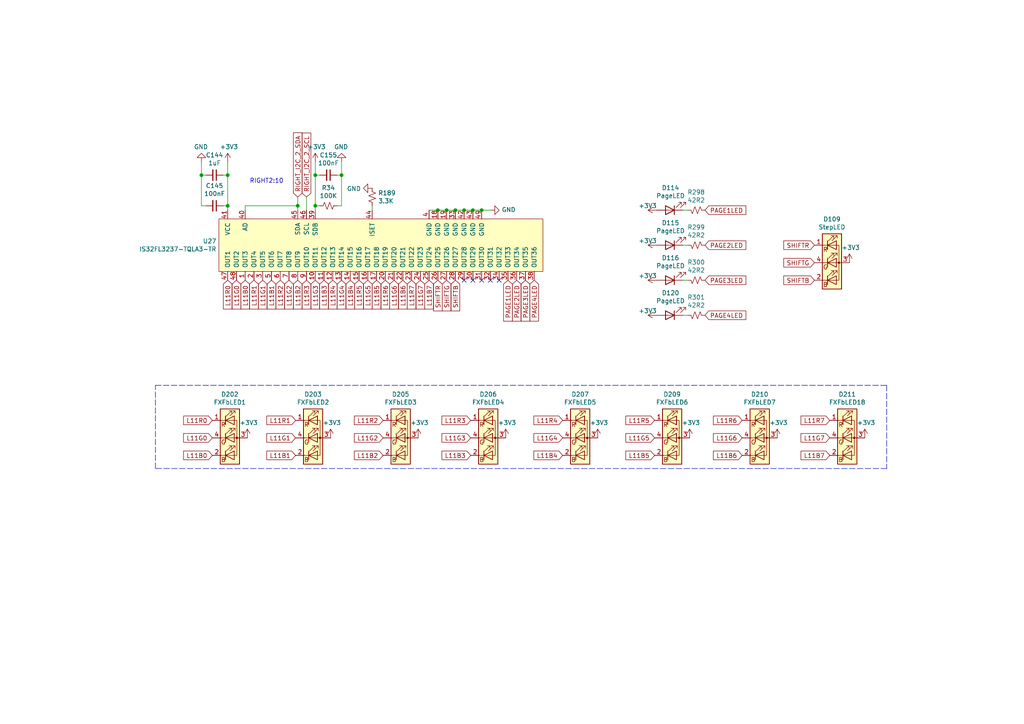
<source format=kicad_sch>
(kicad_sch (version 20210621) (generator eeschema)
  (paper "A4")
  (lib_symbols
    (symbol "Device:C_Small" (pin_numbers hide) (pin_names (offset 0.254) hide)
      (property "Reference" "C" (at 0.254 1.778 0))
      (property "Value" "C_Small" (at 0.254 -2.032 0))
      (symbol "C_Small_0_1"
        (polyline (pts (xy -1.524 -0.508) (xy 1.524 -0.508)) (stroke (width 0.3302)))
        (polyline (pts (xy -1.524 0.508) (xy 1.524 0.508)) (stroke (width 0.3048)))
      )
      (symbol "C_Small_1_1"
        (pin passive line (at 0 2.54 270) (length 2.032) (name "~") (number "1"))
        (pin passive line (at 0 -2.54 90) (length 2.032) (name "~") (number "2"))
      )
    )
    (symbol "Device:LED" (pin_numbers hide) (pin_names (offset 1.016) hide)
      (property "Reference" "D" (at 0 2.54 0))
      (property "Value" "LED" (at 0 -2.54 0))
      (symbol "LED_0_1"
        (polyline (pts (xy -1.27 -1.27) (xy -1.27 1.27)) (stroke (width 0.254)))
        (polyline (pts (xy -1.27 0) (xy 1.27 0)))
        (polyline (pts (xy 1.27 -1.27) (xy 1.27 1.27) (xy -1.27 0) (xy 1.27 -1.27)) (stroke (width 0.254)))
        (polyline (pts (xy -3.048 -0.762) (xy -4.572 -2.286) (xy -3.81 -2.286) (xy -4.572 -2.286) (xy -4.572 -1.524)))
        (polyline (pts (xy -1.778 -0.762) (xy -3.302 -2.286) (xy -2.54 -2.286) (xy -3.302 -2.286) (xy -3.302 -1.524)))
      )
      (symbol "LED_1_1"
        (pin passive line (at -3.81 0 0) (length 2.54) (name "K") (number "1"))
        (pin passive line (at 3.81 0 180) (length 2.54) (name "A") (number "2"))
      )
    )
    (symbol "Device:R_Small_US" (pin_numbers hide) (pin_names (offset 0.254) hide)
      (property "Reference" "R" (at 0.762 0.508 0))
      (property "Value" "R_Small_US" (at 0.762 -1.016 0))
      (symbol "R_Small_US_1_1"
        (polyline (pts (xy 0 0) (xy 1.016 -0.381) (xy 0 -0.762) (xy -1.016 -1.143) (xy 0 -1.524)))
        (polyline (pts (xy 0 1.524) (xy 1.016 1.143) (xy 0 0.762) (xy -1.016 0.381) (xy 0 0)))
        (pin passive line (at 0 2.54 270) (length 1.016) (name "~") (number "1"))
        (pin passive line (at 0 -2.54 90) (length 1.016) (name "~") (number "2"))
      )
    )
    (symbol "IS32FL3237:IS32FL3237-TQLA3-TR" (pin_names (offset 1.016))
      (property "Reference" "U" (at 0 0 0))
      (property "Value" "IS32FL3237-TQLA3-TR" (at 0 0 0))
      (symbol "IS32FL3237-TQLA3-TR_0_1"
        (rectangle (start -7.62 -2.54) (end 7.62 -96.52) (fill (type background)))
      )
      (symbol "IS32FL3237-TQLA3-TR_1_1"
        (pin output line (at 10.16 -10.16 180) (length 2.54) (name "OUT3") (number "1"))
        (pin output line (at 10.16 -30.48 180) (length 2.54) (name "OUT11") (number "10"))
        (pin output line (at 10.16 -33.02 180) (length 2.54) (name "OUT12") (number "11"))
        (pin output line (at 10.16 -35.56 180) (length 2.54) (name "OUT13") (number "12"))
        (pin output line (at 10.16 -38.1 180) (length 2.54) (name "OUT14") (number "13"))
        (pin output line (at 10.16 -40.64 180) (length 2.54) (name "OUT15") (number "14"))
        (pin output line (at 10.16 -43.18 180) (length 2.54) (name "OUT16") (number "15"))
        (pin output line (at 10.16 -45.72 180) (length 2.54) (name "OUT17") (number "16"))
        (pin output line (at 10.16 -48.26 180) (length 2.54) (name "OUT18") (number "17"))
        (pin power_in line (at -10.16 -66.04 0) (length 2.54) (name "GND") (number "18"))
        (pin power_in line (at -10.16 -68.58 0) (length 2.54) (name "GND") (number "19"))
        (pin output line (at 10.16 -12.7 180) (length 2.54) (name "OUT4") (number "2"))
        (pin output line (at 10.16 -50.8 180) (length 2.54) (name "OUT19") (number "20"))
        (pin output line (at 10.16 -53.34 180) (length 2.54) (name "OUT20") (number "21"))
        (pin output line (at 10.16 -55.88 180) (length 2.54) (name "OUT21") (number "22"))
        (pin output line (at 10.16 -58.42 180) (length 2.54) (name "OUT22") (number "23"))
        (pin output line (at 10.16 -60.96 180) (length 2.54) (name "OUT23") (number "24"))
        (pin output line (at 10.16 -63.5 180) (length 2.54) (name "OUT24") (number "25"))
        (pin output line (at 10.16 -66.04 180) (length 2.54) (name "OUT25") (number "26"))
        (pin output line (at 10.16 -68.58 180) (length 2.54) (name "OUT26") (number "27"))
        (pin output line (at 10.16 -71.12 180) (length 2.54) (name "OUT27") (number "28"))
        (pin output line (at 10.16 -73.66 180) (length 2.54) (name "OUT28") (number "29"))
        (pin output line (at 10.16 -15.24 180) (length 2.54) (name "OUT5") (number "3"))
        (pin output line (at 10.16 -76.2 180) (length 2.54) (name "OUT29") (number "30"))
        (pin output line (at 10.16 -78.74 180) (length 2.54) (name "OUT30") (number "31"))
        (pin output line (at 10.16 -81.28 180) (length 2.54) (name "OUT31") (number "32"))
        (pin power_in line (at -10.16 -71.12 0) (length 2.54) (name "GND") (number "33"))
        (pin output line (at 10.16 -83.82 180) (length 2.54) (name "OUT32") (number "34"))
        (pin output line (at 10.16 -86.36 180) (length 2.54) (name "OUT33") (number "35"))
        (pin output line (at 10.16 -88.9 180) (length 2.54) (name "OUT34") (number "36"))
        (pin output line (at 10.16 -91.44 180) (length 2.54) (name "OUT35") (number "37"))
        (pin output line (at 10.16 -93.98 180) (length 2.54) (name "OUT36") (number "38"))
        (pin input line (at -10.16 -30.48 0) (length 2.54) (name "SDB") (number "39"))
        (pin power_in line (at -10.16 -63.5 0) (length 2.54) (name "GND") (number "4"))
        (pin input line (at -10.16 -10.16 0) (length 2.54) (name "AD") (number "40"))
        (pin power_in line (at -10.16 -5.08 0) (length 2.54) (name "VCC") (number "41"))
        (pin power_in line (at -10.16 -73.66 0) (length 2.54) (name "GND") (number "42"))
        (pin power_in line (at -10.16 -76.2 0) (length 2.54) (name "GND") (number "43"))
        (pin input line (at -10.16 -46.99 0) (length 2.54) (name "ISET") (number "44"))
        (pin input line (at -10.16 -25.4 0) (length 2.54) (name "SDA") (number "45"))
        (pin input line (at -10.16 -27.94 0) (length 2.54) (name "SCL") (number "46"))
        (pin output line (at 10.16 -5.08 180) (length 2.54) (name "OUT1") (number "47"))
        (pin output line (at 10.16 -7.62 180) (length 2.54) (name "OUT2") (number "48"))
        (pin power_in line (at -10.16 -78.74 0) (length 2.54) (name "GND") (number "49"))
        (pin output line (at 10.16 -17.78 180) (length 2.54) (name "OUT6") (number "5"))
        (pin output line (at 10.16 -20.32 180) (length 2.54) (name "OUT7") (number "6"))
        (pin output line (at 10.16 -22.86 180) (length 2.54) (name "OUT8") (number "7"))
        (pin output line (at 10.16 -25.4 180) (length 2.54) (name "OUT9") (number "8"))
        (pin output line (at 10.16 -27.94 180) (length 2.54) (name "OUT10") (number "9"))
      )
    )
    (symbol "fm-b2020rgba-hg:FM-B2020RGBA-HG" (pin_names (offset 0) hide)
      (property "Reference" "D" (at 0 9.398 0))
      (property "Value" "FM-B2020RGBA-HG" (at 0 -8.89 0))
      (symbol "FM-B2020RGBA-HG_0_0"
        (text "B" (at -1.905 -6.35 0) (effects (font (size 1.27 1.27))))
        (text "G" (at -1.905 -1.27 0) (effects (font (size 1.27 1.27))))
        (text "R" (at -1.905 3.81 0) (effects (font (size 1.27 1.27))))
      )
      (symbol "FM-B2020RGBA-HG_0_1"
        (circle (center 2.032 0) (radius 0.254) (fill (type outline)))
        (rectangle (start 1.27 -1.27) (end 1.27 1.27))
        (rectangle (start 1.27 1.27) (end 1.27 1.27))
        (rectangle (start 1.27 3.81) (end 1.27 6.35))
        (rectangle (start 1.27 6.35) (end 1.27 6.35))
        (rectangle (start 2.794 8.382) (end -2.794 -7.62) (stroke (width 0.254)) (fill (type background)))
        (polyline (pts (xy -1.27 -5.08) (xy -2.54 -5.08)))
        (polyline (pts (xy -1.27 -5.08) (xy 1.27 -5.08)))
        (polyline (pts (xy -1.27 -3.81) (xy -1.27 -6.35)))
        (polyline (pts (xy -1.27 -3.81) (xy -1.27 -6.35)) (stroke (width 0.2032)))
        (polyline (pts (xy -1.27 0) (xy -2.54 0)))
        (polyline (pts (xy -1.27 0) (xy 1.27 0)))
        (polyline (pts (xy -1.27 1.27) (xy -1.27 -1.27)) (stroke (width 0.2032)))
        (polyline (pts (xy -1.27 5.08) (xy -2.54 5.08)))
        (polyline (pts (xy -1.27 6.35) (xy -1.27 3.81)) (stroke (width 0.2032)))
        (polyline (pts (xy 1.27 0) (xy 2.54 0)))
        (polyline (pts (xy 1.27 5.08) (xy -1.27 5.08)))
        (polyline (pts (xy -1.27 1.27) (xy -1.27 -1.27) (xy -1.27 -1.27)))
        (polyline (pts (xy -1.27 6.35) (xy -1.27 3.81) (xy -1.27 3.81)))
        (polyline (pts (xy 1.27 -5.08) (xy 2.032 -5.08) (xy 2.032 5.08) (xy 1.27 5.08)))
        (polyline (pts (xy 1.27 -3.81) (xy 1.27 -6.35) (xy -1.27 -5.08) (xy 1.27 -3.81)) (stroke (width 0.2032)))
        (polyline (pts (xy 1.27 1.27) (xy 1.27 -1.27) (xy -1.27 0) (xy 1.27 1.27)) (stroke (width 0.2032)))
        (polyline (pts (xy 1.27 6.35) (xy 1.27 3.81) (xy -1.27 5.08) (xy 1.27 6.35)) (stroke (width 0.2032)))
        (polyline (pts (xy -1.016 -3.81) (xy 0.508 -2.286) (xy -0.254 -2.286) (xy 0.508 -2.286) (xy 0.508 -3.048)))
        (polyline (pts (xy -1.016 1.27) (xy 0.508 2.794) (xy -0.254 2.794) (xy 0.508 2.794) (xy 0.508 2.032)))
        (polyline (pts (xy -1.016 6.35) (xy 0.508 7.874) (xy -0.254 7.874) (xy 0.508 7.874) (xy 0.508 7.112)))
        (polyline (pts (xy 0 -3.81) (xy 1.524 -2.286) (xy 0.762 -2.286) (xy 1.524 -2.286) (xy 1.524 -3.048)))
        (polyline (pts (xy 0 1.27) (xy 1.524 2.794) (xy 0.762 2.794) (xy 1.524 2.794) (xy 1.524 2.032)))
        (polyline (pts (xy 0 6.35) (xy 1.524 7.874) (xy 0.762 7.874) (xy 1.524 7.874) (xy 1.524 7.112)))
      )
      (symbol "FM-B2020RGBA-HG_1_1"
        (pin passive line (at -5.08 5.08 0) (length 2.54) (name "R-") (number "1"))
        (pin passive line (at -5.08 -5.08 0) (length 2.54) (name "B-") (number "2"))
        (pin passive line (at 5.08 0 180) (length 2.54) (name "+") (number "3"))
        (pin passive line (at -5.08 0 0) (length 2.54) (name "G-") (number "4"))
      )
    )
    (symbol "power:+3.3V" (power) (pin_names (offset 0))
      (property "Value" "+3.3V" (at 0 3.556 0))
      (symbol "+3.3V_0_1"
        (polyline (pts (xy -0.762 1.27) (xy 0 2.54)))
        (polyline (pts (xy 0 0) (xy 0 2.54)))
        (polyline (pts (xy 0 2.54) (xy 0.762 1.27)))
      )
      (symbol "+3.3V_1_1"
        (pin power_in line (at 0 0 90) (length 0) hide (name "+3V3") (number "1"))
      )
    )
    (symbol "power:GND" (power) (pin_names (offset 0))
      (property "Value" "GND" (at 0 -3.81 0))
      (symbol "GND_0_1"
        (polyline (pts (xy 0 0) (xy 0 -1.27) (xy 1.27 -1.27) (xy 0 -2.54) (xy -1.27 -1.27) (xy 0 -1.27)))
      )
      (symbol "GND_1_1"
        (pin power_in line (at 0 0 270) (length 0) hide (name "GND") (number "1"))
      )
    )
  )
  (junction (at 58.42 50.8))
  (junction (at 66.04 50.8))
  (junction (at 66.04 59.69))
  (junction (at 86.36 59.69))
  (junction (at 91.44 50.8))
  (junction (at 91.44 59.69))
  (junction (at 99.06 50.8))
  (junction (at 127 60.96))
  (junction (at 129.54 60.96))
  (junction (at 132.08 60.96))
  (junction (at 134.62 60.96))
  (junction (at 137.16 60.96))
  (junction (at 139.7 60.96))
  (no_connect (at 134.62 81.28))
  (no_connect (at 137.16 81.28))
  (no_connect (at 139.7 81.28))
  (no_connect (at 142.24 81.28))
  (no_connect (at 144.78 81.28))
  (wire (pts (xy 58.42 46.99) (xy 58.42 50.8)))
  (wire (pts (xy 58.42 50.8) (xy 58.42 59.69)))
  (wire (pts (xy 58.42 59.69) (xy 59.69 59.69)))
  (wire (pts (xy 59.69 50.8) (xy 58.42 50.8)))
  (wire (pts (xy 64.77 50.8) (xy 66.04 50.8)))
  (wire (pts (xy 64.77 59.69) (xy 66.04 59.69)))
  (wire (pts (xy 66.04 46.99) (xy 66.04 50.8)))
  (wire (pts (xy 66.04 50.8) (xy 66.04 59.69)))
  (wire (pts (xy 66.04 59.69) (xy 66.04 60.96)))
  (wire (pts (xy 71.12 59.69) (xy 86.36 59.69)))
  (wire (pts (xy 71.12 60.96) (xy 71.12 59.69)))
  (wire (pts (xy 86.36 57.15) (xy 86.36 59.69)))
  (wire (pts (xy 86.36 59.69) (xy 86.36 60.96)))
  (wire (pts (xy 88.9 57.15) (xy 88.9 60.96)))
  (wire (pts (xy 91.44 46.99) (xy 91.44 50.8)))
  (wire (pts (xy 91.44 50.8) (xy 91.44 59.69)))
  (wire (pts (xy 91.44 59.69) (xy 91.44 60.96)))
  (wire (pts (xy 92.71 50.8) (xy 91.44 50.8)))
  (wire (pts (xy 92.71 59.69) (xy 91.44 59.69)))
  (wire (pts (xy 97.79 50.8) (xy 99.06 50.8)))
  (wire (pts (xy 99.06 46.99) (xy 99.06 50.8)))
  (wire (pts (xy 99.06 50.8) (xy 99.06 59.69)))
  (wire (pts (xy 99.06 59.69) (xy 97.79 59.69)))
  (wire (pts (xy 107.95 59.69) (xy 107.95 60.96)))
  (wire (pts (xy 127 60.96) (xy 124.46 60.96)))
  (wire (pts (xy 129.54 60.96) (xy 127 60.96)))
  (wire (pts (xy 132.08 60.96) (xy 129.54 60.96)))
  (wire (pts (xy 134.62 60.96) (xy 132.08 60.96)))
  (wire (pts (xy 137.16 60.96) (xy 134.62 60.96)))
  (wire (pts (xy 139.7 60.96) (xy 137.16 60.96)))
  (wire (pts (xy 142.24 60.96) (xy 139.7 60.96)))
  (wire (pts (xy 198.12 60.96) (xy 199.39 60.96)))
  (wire (pts (xy 198.12 71.12) (xy 199.39 71.12)))
  (wire (pts (xy 198.12 81.28) (xy 199.39 81.28)))
  (wire (pts (xy 198.12 91.44) (xy 199.39 91.44)))
  (polyline (pts (xy 45.085 111.76) (xy 257.175 111.76)))
  (polyline (pts (xy 45.085 135.89) (xy 45.085 111.76)))
  (polyline (pts (xy 257.175 111.76) (xy 257.175 135.89)))
  (polyline (pts (xy 257.175 135.89) (xy 45.085 135.89)))
  (text "RIGHT2:10" (at 72.39 53.34 0) (effects (font (size 1.27 1.27)) (justify left bottom)))
  (global_label "L11R0" (shape input) (at 61.595 121.92 180) (property "Intersheet References" "${INTERSHEET_REFS}" (effects hide)))
  (global_label "L11G0" (shape input) (at 61.595 127 180) (property "Intersheet References" "${INTERSHEET_REFS}" (effects hide)))
  (global_label "L11B0" (shape input) (at 61.595 132.08 180) (property "Intersheet References" "${INTERSHEET_REFS}" (effects hide)))
  (global_label "L11R0" (shape input) (at 66.04 81.28 270) (property "Intersheet References" "${INTERSHEET_REFS}" (effects hide)))
  (global_label "L11G0" (shape input) (at 68.58 81.28 270) (property "Intersheet References" "${INTERSHEET_REFS}" (effects hide)))
  (global_label "L11B0" (shape input) (at 71.12 81.28 270) (property "Intersheet References" "${INTERSHEET_REFS}" (effects hide)))
  (global_label "L11R1" (shape input) (at 73.66 81.28 270) (property "Intersheet References" "${INTERSHEET_REFS}" (effects hide)))
  (global_label "L11G1" (shape input) (at 76.2 81.28 270) (property "Intersheet References" "${INTERSHEET_REFS}" (effects hide)))
  (global_label "L11B1" (shape input) (at 78.74 81.28 270) (property "Intersheet References" "${INTERSHEET_REFS}" (effects hide)))
  (global_label "L11R2" (shape input) (at 81.28 81.28 270) (property "Intersheet References" "${INTERSHEET_REFS}" (effects hide)))
  (global_label "L11G2" (shape input) (at 83.82 81.28 270) (property "Intersheet References" "${INTERSHEET_REFS}" (effects hide)))
  (global_label "L11R1" (shape input) (at 85.725 121.92 180) (property "Intersheet References" "${INTERSHEET_REFS}" (effects hide)))
  (global_label "L11G1" (shape input) (at 85.725 127 180) (property "Intersheet References" "${INTERSHEET_REFS}" (effects hide)))
  (global_label "L11B1" (shape input) (at 85.725 132.08 180) (property "Intersheet References" "${INTERSHEET_REFS}" (effects hide)))
  (global_label "RIGHT_I2C_2_SDA" (shape input) (at 86.36 57.15 90) (property "Intersheet References" "${INTERSHEET_REFS}" (effects hide)))
  (global_label "L11B2" (shape input) (at 86.36 81.28 270) (property "Intersheet References" "${INTERSHEET_REFS}" (effects hide)))
  (global_label "RIGHT_I2C_2_SCL" (shape input) (at 88.9 57.15 90) (property "Intersheet References" "${INTERSHEET_REFS}" (effects hide)))
  (global_label "L11R3" (shape input) (at 88.9 81.28 270) (property "Intersheet References" "${INTERSHEET_REFS}" (effects hide)))
  (global_label "L11G3" (shape input) (at 91.44 81.28 270) (property "Intersheet References" "${INTERSHEET_REFS}" (effects hide)))
  (global_label "L11B3" (shape input) (at 93.98 81.28 270) (property "Intersheet References" "${INTERSHEET_REFS}" (effects hide)))
  (global_label "L11R4" (shape input) (at 96.52 81.28 270) (property "Intersheet References" "${INTERSHEET_REFS}" (effects hide)))
  (global_label "L11G4" (shape input) (at 99.06 81.28 270) (property "Intersheet References" "${INTERSHEET_REFS}" (effects hide)))
  (global_label "L11B4" (shape input) (at 101.6 81.28 270) (property "Intersheet References" "${INTERSHEET_REFS}" (effects hide)))
  (global_label "L11R5" (shape input) (at 104.14 81.28 270) (property "Intersheet References" "${INTERSHEET_REFS}" (effects hide)))
  (global_label "L11G5" (shape input) (at 106.68 81.28 270) (property "Intersheet References" "${INTERSHEET_REFS}" (effects hide)))
  (global_label "L11B5" (shape input) (at 109.22 81.28 270) (property "Intersheet References" "${INTERSHEET_REFS}" (effects hide)))
  (global_label "L11R2" (shape input) (at 111.125 121.92 180) (property "Intersheet References" "${INTERSHEET_REFS}" (effects hide)))
  (global_label "L11G2" (shape input) (at 111.125 127 180) (property "Intersheet References" "${INTERSHEET_REFS}" (effects hide)))
  (global_label "L11B2" (shape input) (at 111.125 132.08 180) (property "Intersheet References" "${INTERSHEET_REFS}" (effects hide)))
  (global_label "L11R6" (shape input) (at 111.76 81.28 270) (property "Intersheet References" "${INTERSHEET_REFS}" (effects hide)))
  (global_label "L11G6" (shape input) (at 114.3 81.28 270) (property "Intersheet References" "${INTERSHEET_REFS}" (effects hide)))
  (global_label "L11B6" (shape input) (at 116.84 81.28 270) (property "Intersheet References" "${INTERSHEET_REFS}" (effects hide)))
  (global_label "L11R7" (shape input) (at 119.38 81.28 270) (property "Intersheet References" "${INTERSHEET_REFS}" (effects hide)))
  (global_label "L11G7" (shape input) (at 121.92 81.28 270) (property "Intersheet References" "${INTERSHEET_REFS}" (effects hide)))
  (global_label "L11B7" (shape input) (at 124.46 81.28 270) (property "Intersheet References" "${INTERSHEET_REFS}" (effects hide)))
  (global_label "SHIFTR" (shape input) (at 127 81.28 270) (property "Intersheet References" "${INTERSHEET_REFS}" (effects hide)))
  (global_label "SHIFTG" (shape input) (at 129.54 81.28 270) (property "Intersheet References" "${INTERSHEET_REFS}" (effects hide)))
  (global_label "SHIFTB" (shape input) (at 132.08 81.28 270) (property "Intersheet References" "${INTERSHEET_REFS}" (effects hide)))
  (global_label "L11R3" (shape input) (at 136.525 121.92 180) (property "Intersheet References" "${INTERSHEET_REFS}" (effects hide)))
  (global_label "L11G3" (shape input) (at 136.525 127 180) (property "Intersheet References" "${INTERSHEET_REFS}" (effects hide)))
  (global_label "L11B3" (shape input) (at 136.525 132.08 180) (property "Intersheet References" "${INTERSHEET_REFS}" (effects hide)))
  (global_label "PAGE1LED" (shape input) (at 147.32 81.28 270) (property "Intersheet References" "${INTERSHEET_REFS}" (effects hide)))
  (global_label "PAGE2LED" (shape input) (at 149.86 81.28 270) (property "Intersheet References" "${INTERSHEET_REFS}" (effects hide)))
  (global_label "PAGE3LED" (shape input) (at 152.4 81.28 270) (property "Intersheet References" "${INTERSHEET_REFS}" (effects hide)))
  (global_label "PAGE4LED" (shape input) (at 154.94 81.28 270) (property "Intersheet References" "${INTERSHEET_REFS}" (effects hide)))
  (global_label "L11R4" (shape input) (at 163.195 121.92 180) (property "Intersheet References" "${INTERSHEET_REFS}" (effects hide)))
  (global_label "L11G4" (shape input) (at 163.195 127 180) (property "Intersheet References" "${INTERSHEET_REFS}" (effects hide)))
  (global_label "L11B4" (shape input) (at 163.195 132.08 180) (property "Intersheet References" "${INTERSHEET_REFS}" (effects hide)))
  (global_label "L11R5" (shape input) (at 189.865 121.92 180) (property "Intersheet References" "${INTERSHEET_REFS}" (effects hide)))
  (global_label "L11G5" (shape input) (at 189.865 127 180) (property "Intersheet References" "${INTERSHEET_REFS}" (effects hide)))
  (global_label "L11B5" (shape input) (at 189.865 132.08 180) (property "Intersheet References" "${INTERSHEET_REFS}" (effects hide)))
  (global_label "PAGE1LED" (shape input) (at 204.47 60.96 0) (property "Intersheet References" "${INTERSHEET_REFS}" (effects hide)))
  (global_label "PAGE2LED" (shape input) (at 204.47 71.12 0) (property "Intersheet References" "${INTERSHEET_REFS}" (effects hide)))
  (global_label "PAGE3LED" (shape input) (at 204.47 81.28 0) (property "Intersheet References" "${INTERSHEET_REFS}" (effects hide)))
  (global_label "PAGE4LED" (shape input) (at 204.47 91.44 0) (property "Intersheet References" "${INTERSHEET_REFS}" (effects hide)))
  (global_label "L11R6" (shape input) (at 215.265 121.92 180) (property "Intersheet References" "${INTERSHEET_REFS}" (effects hide)))
  (global_label "L11G6" (shape input) (at 215.265 127 180) (property "Intersheet References" "${INTERSHEET_REFS}" (effects hide)))
  (global_label "L11B6" (shape input) (at 215.265 132.08 180) (property "Intersheet References" "${INTERSHEET_REFS}" (effects hide)))
  (global_label "SHIFTR" (shape input) (at 236.22 71.12 180) (property "Intersheet References" "${INTERSHEET_REFS}" (effects hide)))
  (global_label "SHIFTG" (shape input) (at 236.22 76.2 180) (property "Intersheet References" "${INTERSHEET_REFS}" (effects hide)))
  (global_label "SHIFTB" (shape input) (at 236.22 81.28 180) (property "Intersheet References" "${INTERSHEET_REFS}" (effects hide)))
  (global_label "L11R7" (shape input) (at 240.665 121.92 180) (property "Intersheet References" "${INTERSHEET_REFS}" (effects hide)))
  (global_label "L11G7" (shape input) (at 240.665 127 180) (property "Intersheet References" "${INTERSHEET_REFS}" (effects hide)))
  (global_label "L11B7" (shape input) (at 240.665 132.08 180) (property "Intersheet References" "${INTERSHEET_REFS}" (effects hide)))
  (symbol (lib_id "power:+3.3V") (at 66.04 46.99 0) (unit 1)
    (property "Reference" "#PWR075" (effects hide))
    (property "Value" "+3.3V" (at 66.421 42.5958 0))
  )
  (symbol (lib_id "power:+3.3V") (at 71.755 127 0) (unit 1)
    (property "Reference" "#PWR0784" (effects hide))
    (property "Value" "+3.3V" (at 72.136 122.6058 0))
  )
  (symbol (lib_id "power:+3.3V") (at 91.44 46.99 0) (unit 1)
    (property "Reference" "#PWR0328" (effects hide))
    (property "Value" "+3.3V" (at 91.821 42.5958 0))
  )
  (symbol (lib_id "power:+3.3V") (at 95.885 127 0) (unit 1)
    (property "Reference" "#PWR0785" (effects hide))
    (property "Value" "+3.3V" (at 96.266 122.6058 0))
  )
  (symbol (lib_id "power:+3.3V") (at 121.285 127 0) (unit 1)
    (property "Reference" "#PWR0786" (effects hide))
    (property "Value" "+3.3V" (at 121.666 122.6058 0))
  )
  (symbol (lib_id "power:+3.3V") (at 146.685 127 0) (unit 1)
    (property "Reference" "#PWR0787" (effects hide))
    (property "Value" "+3.3V" (at 147.066 122.6058 0))
  )
  (symbol (lib_id "power:+3.3V") (at 173.355 127 0) (unit 1)
    (property "Reference" "#PWR0788" (effects hide))
    (property "Value" "+3.3V" (at 173.736 122.6058 0))
  )
  (symbol (lib_id "power:+3.3V") (at 190.5 60.96 90) (unit 1)
    (property "Reference" "#PWR0605" (effects hide))
    (property "Value" "+3.3V" (at 190.5 59.69 90) (effects (justify left)))
  )
  (symbol (lib_id "power:+3.3V") (at 190.5 71.12 90) (unit 1)
    (property "Reference" "#PWR0609" (effects hide))
    (property "Value" "+3.3V" (at 190.5 69.85 90) (effects (justify left)))
  )
  (symbol (lib_id "power:+3.3V") (at 190.5 81.28 90) (unit 1)
    (property "Reference" "#PWR0646" (effects hide))
    (property "Value" "+3.3V" (at 190.5 80.01 90) (effects (justify left)))
  )
  (symbol (lib_id "power:+3.3V") (at 190.5 91.44 90) (unit 1)
    (property "Reference" "#PWR0647" (effects hide))
    (property "Value" "+3.3V" (at 190.5 90.17 90) (effects (justify left)))
  )
  (symbol (lib_id "power:+3.3V") (at 200.025 127 0) (unit 1)
    (property "Reference" "#PWR0790" (effects hide))
    (property "Value" "+3.3V" (at 200.406 122.6058 0))
  )
  (symbol (lib_id "power:+3.3V") (at 225.425 127 0) (unit 1)
    (property "Reference" "#PWR0789" (effects hide))
    (property "Value" "+3.3V" (at 225.806 122.6058 0))
  )
  (symbol (lib_id "power:+3.3V") (at 246.38 76.2 0) (unit 1)
    (property "Reference" "#PWR0601" (effects hide))
    (property "Value" "+3.3V" (at 246.761 71.8058 0))
  )
  (symbol (lib_id "power:+3.3V") (at 250.825 127 0) (unit 1)
    (property "Reference" "#PWR0791" (effects hide))
    (property "Value" "+3.3V" (at 251.206 122.6058 0))
  )
  (symbol (lib_id "power:GND") (at 58.42 46.99 180) (unit 1)
    (property "Reference" "#PWR069" (effects hide))
    (property "Value" "GND" (at 58.293 42.5958 0))
  )
  (symbol (lib_id "power:GND") (at 99.06 46.99 180) (unit 1)
    (property "Reference" "#PWR0353" (effects hide))
    (property "Value" "GND" (at 98.933 42.5958 0))
  )
  (symbol (lib_id "power:GND") (at 107.95 54.61 270) (unit 1)
    (property "Reference" "#PWR0388" (effects hide))
    (property "Value" "GND" (at 104.6988 54.737 90) (effects (justify right)))
  )
  (symbol (lib_id "power:GND") (at 142.24 60.96 90) (unit 1)
    (property "Reference" "#PWR0396" (effects hide))
    (property "Value" "GND" (at 145.4912 60.833 90) (effects (justify right)))
  )
  (symbol (lib_id "Device:R_Small_US") (at 95.25 59.69 270) (unit 1)
    (property "Reference" "R34" (at 95.25 54.483 90))
    (property "Value" "100K" (at 95.25 56.7944 90))
    (property "Footprint" "Resistor_SMD:R_0402_1005Metric" (effects hide))
    (property "LCSC" " C25741" (effects hide))
  )
  (symbol (lib_id "Device:R_Small_US") (at 107.95 57.15 0) (unit 1)
    (property "Reference" "R189" (at 109.6772 55.9816 0) (effects (justify left)))
    (property "Value" "3.3K" (at 109.6772 58.293 0) (effects (justify left)))
    (property "Footprint" "Resistor_SMD:R_0402_1005Metric" (effects hide))
    (property "LCSC" "C25890" (effects hide))
  )
  (symbol (lib_id "Device:R_Small_US") (at 201.93 60.96 90) (mirror x) (unit 1)
    (property "Reference" "R298" (at 201.93 55.753 90))
    (property "Value" "42R2" (at 201.93 58.0644 90))
    (property "Footprint" "Resistor_SMD:R_0603_1608Metric" (effects hide))
    (property "LCSC" "C23182" (effects hide))
  )
  (symbol (lib_id "Device:R_Small_US") (at 201.93 71.12 90) (mirror x) (unit 1)
    (property "Reference" "R299" (at 201.93 65.913 90))
    (property "Value" "42R2" (at 201.93 68.2244 90))
    (property "Footprint" "Resistor_SMD:R_0603_1608Metric" (effects hide))
    (property "LCSC" "C23182" (effects hide))
  )
  (symbol (lib_id "Device:R_Small_US") (at 201.93 81.28 90) (mirror x) (unit 1)
    (property "Reference" "R300" (at 201.93 76.073 90))
    (property "Value" "42R2" (at 201.93 78.3844 90))
    (property "Footprint" "Resistor_SMD:R_0603_1608Metric" (effects hide))
    (property "LCSC" "C23182" (effects hide))
  )
  (symbol (lib_id "Device:R_Small_US") (at 201.93 91.44 90) (mirror x) (unit 1)
    (property "Reference" "R301" (at 201.93 86.233 90))
    (property "Value" "42R2" (at 201.93 88.5444 90))
    (property "Footprint" "Resistor_SMD:R_0603_1608Metric" (effects hide))
    (property "LCSC" "C23182" (effects hide))
  )
  (symbol (lib_id "Device:C_Small") (at 62.23 50.8 270) (unit 1)
    (property "Reference" "C144" (at 62.23 44.9834 90))
    (property "Value" "1uF" (at 62.23 47.2948 90))
    (property "Footprint" "Capacitor_SMD:C_0402_1005Metric" (effects hide))
    (property "LCSC" "C52923" (effects hide))
  )
  (symbol (lib_id "Device:C_Small") (at 62.23 59.69 270) (unit 1)
    (property "Reference" "C145" (at 62.23 53.8734 90))
    (property "Value" "100nF" (at 62.23 56.1848 90))
    (property "Footprint" "Capacitor_SMD:C_0402_1005Metric" (effects hide))
    (property "LCSC" "C1525" (effects hide))
  )
  (symbol (lib_id "Device:C_Small") (at 95.25 50.8 270) (unit 1)
    (property "Reference" "C155" (at 95.25 44.9834 90))
    (property "Value" "100nF" (at 95.25 47.2948 90))
    (property "Footprint" "Capacitor_SMD:C_0402_1005Metric" (effects hide))
    (property "LCSC" "C1525" (effects hide))
  )
  (symbol (lib_id "Device:LED") (at 194.31 60.96 180) (unit 1)
    (property "Reference" "D114" (at 194.4878 54.483 0))
    (property "Value" "PageLED" (at 194.4878 56.7944 0))
    (property "Footprint" "LED_SMD:LED_0603_1608Metric" (effects hide))
    (property "LCSC" "C2286" (effects hide))
  )
  (symbol (lib_id "Device:LED") (at 194.31 71.12 180) (unit 1)
    (property "Reference" "D115" (at 194.4878 64.643 0))
    (property "Value" "PageLED" (at 194.4878 66.9544 0))
    (property "Footprint" "LED_SMD:LED_0603_1608Metric" (effects hide))
    (property "LCSC" "C2286" (effects hide))
  )
  (symbol (lib_id "Device:LED") (at 194.31 81.28 180) (unit 1)
    (property "Reference" "D116" (at 194.4878 74.803 0))
    (property "Value" "PageLED" (at 194.4878 77.1144 0))
    (property "Footprint" "LED_SMD:LED_0603_1608Metric" (effects hide))
    (property "LCSC" "C2286" (effects hide))
  )
  (symbol (lib_id "Device:LED") (at 194.31 91.44 180) (unit 1)
    (property "Reference" "D120" (at 194.4878 84.963 0))
    (property "Value" "PageLED" (at 194.4878 87.2744 0))
    (property "Footprint" "LED_SMD:LED_0603_1608Metric" (effects hide))
    (property "LCSC" "C2286" (effects hide))
  )
  (symbol (lib_id "fm-b2020rgba-hg:FM-B2020RGBA-HG") (at 66.675 127 0) (unit 1)
    (property "Reference" "D202" (at 66.675 114.3762 0))
    (property "Value" "FXFbLED1" (at 66.675 116.6876 0))
    (property "Footprint" "fm-b2020rgba-hg:FM-B2020RGBA-HG" (effects hide))
    (property "LCSC" "C108793" (effects hide))
  )
  (symbol (lib_id "fm-b2020rgba-hg:FM-B2020RGBA-HG") (at 90.805 127 0) (unit 1)
    (property "Reference" "D203" (at 90.805 114.3762 0))
    (property "Value" "FXFbLED2" (at 90.805 116.6876 0))
    (property "Footprint" "fm-b2020rgba-hg:FM-B2020RGBA-HG" (effects hide))
    (property "LCSC" "C108793" (effects hide))
  )
  (symbol (lib_id "fm-b2020rgba-hg:FM-B2020RGBA-HG") (at 116.205 127 0) (unit 1)
    (property "Reference" "D205" (at 116.205 114.3762 0))
    (property "Value" "FXFbLED3" (at 116.205 116.6876 0))
    (property "Footprint" "fm-b2020rgba-hg:FM-B2020RGBA-HG" (effects hide))
    (property "LCSC" "C108793" (effects hide))
  )
  (symbol (lib_id "fm-b2020rgba-hg:FM-B2020RGBA-HG") (at 141.605 127 0) (unit 1)
    (property "Reference" "D206" (at 141.605 114.3762 0))
    (property "Value" "FXFbLED4" (at 141.605 116.6876 0))
    (property "Footprint" "fm-b2020rgba-hg:FM-B2020RGBA-HG" (effects hide))
    (property "LCSC" "C108793" (effects hide))
  )
  (symbol (lib_id "fm-b2020rgba-hg:FM-B2020RGBA-HG") (at 168.275 127 0) (unit 1)
    (property "Reference" "D207" (at 168.275 114.3762 0))
    (property "Value" "FXFbLED5" (at 168.275 116.6876 0))
    (property "Footprint" "fm-b2020rgba-hg:FM-B2020RGBA-HG" (effects hide))
    (property "LCSC" "C108793" (effects hide))
  )
  (symbol (lib_id "fm-b2020rgba-hg:FM-B2020RGBA-HG") (at 194.945 127 0) (unit 1)
    (property "Reference" "D209" (at 194.945 114.3762 0))
    (property "Value" "FXFbLED6" (at 194.945 116.6876 0))
    (property "Footprint" "fm-b2020rgba-hg:FM-B2020RGBA-HG" (effects hide))
    (property "LCSC" "C108793" (effects hide))
  )
  (symbol (lib_id "fm-b2020rgba-hg:FM-B2020RGBA-HG") (at 220.345 127 0) (unit 1)
    (property "Reference" "D210" (at 220.345 114.3762 0))
    (property "Value" "FXFbLED7" (at 220.345 116.6876 0))
    (property "Footprint" "fm-b2020rgba-hg:FM-B2020RGBA-HG" (effects hide))
    (property "LCSC" "C108793" (effects hide))
  )
  (symbol (lib_id "fm-b2020rgba-hg:FM-B2020RGBA-HG") (at 241.3 76.2 0) (unit 1)
    (property "Reference" "D109" (at 241.3 63.5762 0))
    (property "Value" "StepLED" (at 241.3 65.8876 0))
    (property "Footprint" "fm-b2020rgba-hg:FM-B2020RGBA-HG" (effects hide))
    (property "LCSC" "C108793" (effects hide))
  )
  (symbol (lib_id "fm-b2020rgba-hg:FM-B2020RGBA-HG") (at 245.745 127 0) (unit 1)
    (property "Reference" "D211" (at 245.745 114.3762 0))
    (property "Value" "FXFbLED18" (at 245.745 116.6876 0))
    (property "Footprint" "fm-b2020rgba-hg:FM-B2020RGBA-HG" (effects hide))
    (property "LCSC" "C108793" (effects hide))
  )
  (symbol (lib_id "IS32FL3237:IS32FL3237-TQLA3-TR") (at 60.96 71.12 90) (mirror x) (unit 1)
    (property "Reference" "U27" (at 62.7888 69.9516 90) (effects (justify left)))
    (property "Value" "IS32FL3237-TQLA3-TR" (at 62.7888 72.263 90) (effects (justify left)))
    (property "Footprint" "Package_QFP:TQFP-48-1EP_7x7mm_P0.5mm_EP5x5mm" (effects hide))
  )
)
</source>
